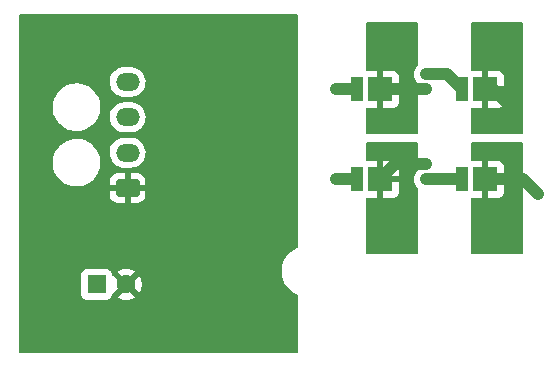
<source format=gbl>
%TF.GenerationSoftware,KiCad,Pcbnew,(6.0.5)*%
%TF.CreationDate,2022-06-15T13:59:35+01:00*%
%TF.ProjectId,tsal,7473616c-2e6b-4696-9361-645f70636258,rev?*%
%TF.SameCoordinates,Original*%
%TF.FileFunction,Copper,L2,Bot*%
%TF.FilePolarity,Positive*%
%FSLAX46Y46*%
G04 Gerber Fmt 4.6, Leading zero omitted, Abs format (unit mm)*
G04 Created by KiCad (PCBNEW (6.0.5)) date 2022-06-15 13:59:35*
%MOMM*%
%LPD*%
G01*
G04 APERTURE LIST*
G04 Aperture macros list*
%AMRoundRect*
0 Rectangle with rounded corners*
0 $1 Rounding radius*
0 $2 $3 $4 $5 $6 $7 $8 $9 X,Y pos of 4 corners*
0 Add a 4 corners polygon primitive as box body*
4,1,4,$2,$3,$4,$5,$6,$7,$8,$9,$2,$3,0*
0 Add four circle primitives for the rounded corners*
1,1,$1+$1,$2,$3*
1,1,$1+$1,$4,$5*
1,1,$1+$1,$6,$7*
1,1,$1+$1,$8,$9*
0 Add four rect primitives between the rounded corners*
20,1,$1+$1,$2,$3,$4,$5,0*
20,1,$1+$1,$4,$5,$6,$7,0*
20,1,$1+$1,$6,$7,$8,$9,0*
20,1,$1+$1,$8,$9,$2,$3,0*%
G04 Aperture macros list end*
%TA.AperFunction,ComponentPad*%
%ADD10RoundRect,0.250001X0.759999X-0.499999X0.759999X0.499999X-0.759999X0.499999X-0.759999X-0.499999X0*%
%TD*%
%TA.AperFunction,ComponentPad*%
%ADD11O,2.020000X1.500000*%
%TD*%
%TA.AperFunction,ComponentPad*%
%ADD12R,1.600000X1.600000*%
%TD*%
%TA.AperFunction,ComponentPad*%
%ADD13C,1.600000*%
%TD*%
%TA.AperFunction,SMDPad,CuDef*%
%ADD14R,1.000000X2.100000*%
%TD*%
%TA.AperFunction,SMDPad,CuDef*%
%ADD15R,2.100000X2.100000*%
%TD*%
%TA.AperFunction,ViaPad*%
%ADD16C,0.800000*%
%TD*%
%TA.AperFunction,Conductor*%
%ADD17C,1.000000*%
%TD*%
G04 APERTURE END LIST*
D10*
%TO.P,J1,1,Pin_1*%
%TO.N,GND*%
X68105000Y-141715000D03*
D11*
%TO.P,J1,2,Pin_2*%
%TO.N,/RED_LED_ON*%
X68105000Y-138715000D03*
%TO.P,J1,3,Pin_3*%
%TO.N,/GREEN_LED_ON*%
X68105000Y-135715000D03*
%TO.P,J1,4,Pin_4*%
%TO.N,+12V*%
X68105000Y-132715000D03*
%TD*%
D12*
%TO.P,C1,1*%
%TO.N,+12V*%
X65492621Y-149860000D03*
D13*
%TO.P,C1,2*%
%TO.N,GND*%
X67992621Y-149860000D03*
%TD*%
D14*
%TO.P,D1,1,K*%
%TO.N,Net-(D1-Pad1)*%
X96455000Y-133350000D03*
D15*
%TO.P,D1,2,A*%
%TO.N,Net-(D1-Pad2)*%
X98405000Y-133350000D03*
%TD*%
D14*
%TO.P,D8,1,K*%
%TO.N,Net-(D8-Pad1)*%
X96455000Y-140970000D03*
D15*
%TO.P,D8,2,A*%
%TO.N,Net-(D8-Pad2)*%
X98405000Y-140970000D03*
%TD*%
D14*
%TO.P,D4,1,K*%
%TO.N,Net-(D9-Pad1)*%
X87565000Y-140970000D03*
D15*
%TO.P,D4,2,A*%
%TO.N,Net-(D3-Pad1)*%
X89515000Y-140970000D03*
%TD*%
D14*
%TO.P,D7,1,K*%
%TO.N,Net-(D7-Pad1)*%
X87565000Y-133350000D03*
D15*
%TO.P,D7,2,A*%
%TO.N,Net-(D6-Pad1)*%
X89515000Y-133350000D03*
%TD*%
D16*
%TO.N,GND*%
X76200000Y-132715000D03*
X76200000Y-139700000D03*
%TO.N,Net-(D1-Pad2)*%
X100330000Y-134620000D03*
%TO.N,Net-(D1-Pad1)*%
X93345000Y-132080000D03*
%TO.N,Net-(D3-Pad1)*%
X93345000Y-139700000D03*
%TO.N,Net-(D6-Pad1)*%
X93345000Y-133350000D03*
%TO.N,Net-(D7-Pad1)*%
X85725000Y-133350000D03*
%TO.N,Net-(D8-Pad1)*%
X93345000Y-140970000D03*
%TO.N,Net-(D8-Pad2)*%
X102870000Y-142240000D03*
%TO.N,Net-(D9-Pad1)*%
X85725000Y-140970000D03*
%TD*%
D17*
%TO.N,Net-(D1-Pad2)*%
X98405000Y-133350000D02*
X99060000Y-133350000D01*
X99060000Y-133350000D02*
X100330000Y-134620000D01*
%TO.N,Net-(D1-Pad1)*%
X93345000Y-132080000D02*
X95185000Y-132080000D01*
X95185000Y-132080000D02*
X96455000Y-133350000D01*
%TO.N,Net-(D3-Pad1)*%
X90785000Y-139700000D02*
X89515000Y-140970000D01*
X93345000Y-139700000D02*
X90785000Y-139700000D01*
%TO.N,Net-(D6-Pad1)*%
X89515000Y-133350000D02*
X93345000Y-133350000D01*
%TO.N,Net-(D7-Pad1)*%
X85725000Y-133350000D02*
X87565000Y-133350000D01*
%TO.N,Net-(D8-Pad1)*%
X93345000Y-140970000D02*
X96455000Y-140970000D01*
%TO.N,Net-(D8-Pad2)*%
X101600000Y-140970000D02*
X98405000Y-140970000D01*
X102870000Y-142240000D02*
X101600000Y-140970000D01*
%TO.N,Net-(D9-Pad1)*%
X87565000Y-140970000D02*
X85725000Y-140970000D01*
%TD*%
%TA.AperFunction,Conductor*%
%TO.N,Net-(D3-Pad1)*%
G36*
X92652121Y-137815002D02*
G01*
X92698614Y-137868658D01*
X92710000Y-137921000D01*
X92710000Y-140126624D01*
X92689998Y-140194745D01*
X92663636Y-140224267D01*
X92635713Y-140247040D01*
X92635710Y-140247043D01*
X92630938Y-140250935D01*
X92627011Y-140255682D01*
X92627009Y-140255684D01*
X92508799Y-140398575D01*
X92508797Y-140398579D01*
X92504870Y-140403325D01*
X92410802Y-140577299D01*
X92352318Y-140766232D01*
X92331645Y-140962925D01*
X92349570Y-141159888D01*
X92405410Y-141349619D01*
X92497040Y-141524890D01*
X92620968Y-141679025D01*
X92664993Y-141715966D01*
X92704318Y-141775075D01*
X92710000Y-141812486D01*
X92710000Y-147194000D01*
X92689998Y-147262121D01*
X92636342Y-147308614D01*
X92584000Y-147320000D01*
X88391000Y-147320000D01*
X88322879Y-147299998D01*
X88276386Y-147246342D01*
X88265000Y-147194000D01*
X88265000Y-142651927D01*
X88285002Y-142583806D01*
X88338658Y-142537313D01*
X88404603Y-142526663D01*
X88413520Y-142527631D01*
X88420328Y-142528000D01*
X89242885Y-142528000D01*
X89258124Y-142523525D01*
X89259329Y-142522135D01*
X89261000Y-142514452D01*
X89261000Y-142509884D01*
X89769000Y-142509884D01*
X89773475Y-142525123D01*
X89774865Y-142526328D01*
X89782548Y-142527999D01*
X90609669Y-142527999D01*
X90616490Y-142527629D01*
X90667352Y-142522105D01*
X90682604Y-142518479D01*
X90803054Y-142473324D01*
X90818649Y-142464786D01*
X90920724Y-142388285D01*
X90933285Y-142375724D01*
X91009786Y-142273649D01*
X91018324Y-142258054D01*
X91063478Y-142137606D01*
X91067105Y-142122351D01*
X91072631Y-142071486D01*
X91073000Y-142064672D01*
X91073000Y-141242115D01*
X91068525Y-141226876D01*
X91067135Y-141225671D01*
X91059452Y-141224000D01*
X89787115Y-141224000D01*
X89771876Y-141228475D01*
X89770671Y-141229865D01*
X89769000Y-141237548D01*
X89769000Y-142509884D01*
X89261000Y-142509884D01*
X89261000Y-140697885D01*
X89769000Y-140697885D01*
X89773475Y-140713124D01*
X89774865Y-140714329D01*
X89782548Y-140716000D01*
X91054884Y-140716000D01*
X91070123Y-140711525D01*
X91071328Y-140710135D01*
X91072999Y-140702452D01*
X91072999Y-139875331D01*
X91072629Y-139868510D01*
X91067105Y-139817648D01*
X91063479Y-139802396D01*
X91018324Y-139681946D01*
X91009786Y-139666351D01*
X90933285Y-139564276D01*
X90920724Y-139551715D01*
X90818649Y-139475214D01*
X90803054Y-139466676D01*
X90682606Y-139421522D01*
X90667351Y-139417895D01*
X90616486Y-139412369D01*
X90609672Y-139412000D01*
X89787115Y-139412000D01*
X89771876Y-139416475D01*
X89770671Y-139417865D01*
X89769000Y-139425548D01*
X89769000Y-140697885D01*
X89261000Y-140697885D01*
X89261000Y-139430116D01*
X89256525Y-139414877D01*
X89255135Y-139413672D01*
X89247452Y-139412001D01*
X88420331Y-139412001D01*
X88413517Y-139412370D01*
X88404608Y-139413338D01*
X88334726Y-139400810D01*
X88282710Y-139352490D01*
X88265000Y-139288075D01*
X88265000Y-137921000D01*
X88285002Y-137852879D01*
X88338658Y-137806386D01*
X88391000Y-137795000D01*
X92584000Y-137795000D01*
X92652121Y-137815002D01*
G37*
%TD.AperFunction*%
%TD*%
%TA.AperFunction,Conductor*%
%TO.N,Net-(D8-Pad2)*%
G36*
X101542121Y-137815002D02*
G01*
X101588614Y-137868658D01*
X101600000Y-137921000D01*
X101600000Y-147194000D01*
X101579998Y-147262121D01*
X101526342Y-147308614D01*
X101474000Y-147320000D01*
X97281000Y-147320000D01*
X97212879Y-147299998D01*
X97166386Y-147246342D01*
X97155000Y-147194000D01*
X97155000Y-142651927D01*
X97175002Y-142583806D01*
X97228658Y-142537313D01*
X97294603Y-142526663D01*
X97303520Y-142527631D01*
X97310328Y-142528000D01*
X98132885Y-142528000D01*
X98148124Y-142523525D01*
X98149329Y-142522135D01*
X98151000Y-142514452D01*
X98151000Y-142509884D01*
X98659000Y-142509884D01*
X98663475Y-142525123D01*
X98664865Y-142526328D01*
X98672548Y-142527999D01*
X99499669Y-142527999D01*
X99506490Y-142527629D01*
X99557352Y-142522105D01*
X99572604Y-142518479D01*
X99693054Y-142473324D01*
X99708649Y-142464786D01*
X99810724Y-142388285D01*
X99823285Y-142375724D01*
X99899786Y-142273649D01*
X99908324Y-142258054D01*
X99953478Y-142137606D01*
X99957105Y-142122351D01*
X99962631Y-142071486D01*
X99963000Y-142064672D01*
X99963000Y-141242115D01*
X99958525Y-141226876D01*
X99957135Y-141225671D01*
X99949452Y-141224000D01*
X98677115Y-141224000D01*
X98661876Y-141228475D01*
X98660671Y-141229865D01*
X98659000Y-141237548D01*
X98659000Y-142509884D01*
X98151000Y-142509884D01*
X98151000Y-140697885D01*
X98659000Y-140697885D01*
X98663475Y-140713124D01*
X98664865Y-140714329D01*
X98672548Y-140716000D01*
X99944884Y-140716000D01*
X99960123Y-140711525D01*
X99961328Y-140710135D01*
X99962999Y-140702452D01*
X99962999Y-139875331D01*
X99962629Y-139868510D01*
X99957105Y-139817648D01*
X99953479Y-139802396D01*
X99908324Y-139681946D01*
X99899786Y-139666351D01*
X99823285Y-139564276D01*
X99810724Y-139551715D01*
X99708649Y-139475214D01*
X99693054Y-139466676D01*
X99572606Y-139421522D01*
X99557351Y-139417895D01*
X99506486Y-139412369D01*
X99499672Y-139412000D01*
X98677115Y-139412000D01*
X98661876Y-139416475D01*
X98660671Y-139417865D01*
X98659000Y-139425548D01*
X98659000Y-140697885D01*
X98151000Y-140697885D01*
X98151000Y-139430116D01*
X98146525Y-139414877D01*
X98145135Y-139413672D01*
X98137452Y-139412001D01*
X97310331Y-139412001D01*
X97303517Y-139412370D01*
X97294608Y-139413338D01*
X97224726Y-139400810D01*
X97172710Y-139352490D01*
X97155000Y-139288075D01*
X97155000Y-137921000D01*
X97175002Y-137852879D01*
X97228658Y-137806386D01*
X97281000Y-137795000D01*
X101474000Y-137795000D01*
X101542121Y-137815002D01*
G37*
%TD.AperFunction*%
%TD*%
%TA.AperFunction,Conductor*%
%TO.N,GND*%
G36*
X82492121Y-127020002D02*
G01*
X82538614Y-127073658D01*
X82550000Y-127126000D01*
X82550000Y-146672001D01*
X82529998Y-146740122D01*
X82476342Y-146786615D01*
X82466059Y-146790774D01*
X82414702Y-146808960D01*
X82414695Y-146808963D01*
X82410657Y-146810393D01*
X82155188Y-146942250D01*
X82151687Y-146944711D01*
X82151683Y-146944713D01*
X82138734Y-146953814D01*
X81919977Y-147107559D01*
X81709378Y-147303260D01*
X81527287Y-147525732D01*
X81377073Y-147770858D01*
X81261517Y-148034102D01*
X81182756Y-148310594D01*
X81142249Y-148595216D01*
X81142227Y-148599505D01*
X81142226Y-148599512D01*
X81140765Y-148878417D01*
X81140743Y-148882703D01*
X81178268Y-149167734D01*
X81254129Y-149445036D01*
X81255813Y-149448984D01*
X81331611Y-149626688D01*
X81366923Y-149709476D01*
X81369130Y-149713163D01*
X81460287Y-149865475D01*
X81514561Y-149956161D01*
X81694313Y-150180528D01*
X81902851Y-150378423D01*
X82136317Y-150546186D01*
X82140112Y-150548195D01*
X82140113Y-150548196D01*
X82181346Y-150570028D01*
X82390392Y-150680712D01*
X82455989Y-150704717D01*
X82467302Y-150708857D01*
X82524399Y-150751052D01*
X82549621Y-150817417D01*
X82550000Y-150827183D01*
X82550000Y-155575500D01*
X82529998Y-155643621D01*
X82476342Y-155690114D01*
X82424000Y-155701500D01*
X59054500Y-155701500D01*
X58986379Y-155681498D01*
X58939886Y-155627842D01*
X58928500Y-155575500D01*
X58928500Y-150708134D01*
X64184121Y-150708134D01*
X64190876Y-150770316D01*
X64242006Y-150906705D01*
X64329360Y-151023261D01*
X64445916Y-151110615D01*
X64582305Y-151161745D01*
X64644487Y-151168500D01*
X66340755Y-151168500D01*
X66402937Y-151161745D01*
X66539326Y-151110615D01*
X66655882Y-151023261D01*
X66713740Y-150946062D01*
X67271114Y-150946062D01*
X67280410Y-150958077D01*
X67331615Y-150993931D01*
X67341110Y-150999414D01*
X67538568Y-151091490D01*
X67548860Y-151095236D01*
X67759309Y-151151625D01*
X67770102Y-151153528D01*
X67987146Y-151172517D01*
X67998096Y-151172517D01*
X68215140Y-151153528D01*
X68225933Y-151151625D01*
X68436382Y-151095236D01*
X68446674Y-151091490D01*
X68644132Y-150999414D01*
X68653627Y-150993931D01*
X68705669Y-150957491D01*
X68714045Y-150947012D01*
X68706977Y-150933566D01*
X68005433Y-150232022D01*
X67991489Y-150224408D01*
X67989656Y-150224539D01*
X67983041Y-150228790D01*
X67277544Y-150934287D01*
X67271114Y-150946062D01*
X66713740Y-150946062D01*
X66743236Y-150906705D01*
X66794366Y-150770316D01*
X66801121Y-150708134D01*
X66801121Y-150704815D01*
X66824774Y-150637890D01*
X66870777Y-150602196D01*
X66869762Y-150600266D01*
X66880621Y-150594558D01*
X66880866Y-150594368D01*
X66881024Y-150594347D01*
X66919055Y-150574356D01*
X67620599Y-149872812D01*
X67626977Y-149861132D01*
X68357029Y-149861132D01*
X68357160Y-149862965D01*
X68361411Y-149869580D01*
X69066908Y-150575077D01*
X69078683Y-150581507D01*
X69090698Y-150572211D01*
X69126552Y-150521006D01*
X69132035Y-150511511D01*
X69224111Y-150314053D01*
X69227857Y-150303761D01*
X69284246Y-150093312D01*
X69286149Y-150082519D01*
X69305138Y-149865475D01*
X69305138Y-149854525D01*
X69286149Y-149637481D01*
X69284246Y-149626688D01*
X69227857Y-149416239D01*
X69224111Y-149405947D01*
X69132035Y-149208489D01*
X69126552Y-149198994D01*
X69090112Y-149146952D01*
X69079633Y-149138576D01*
X69066187Y-149145644D01*
X68364643Y-149847188D01*
X68357029Y-149861132D01*
X67626977Y-149861132D01*
X67628213Y-149858868D01*
X67628082Y-149857035D01*
X67623831Y-149850420D01*
X66918334Y-149144923D01*
X66876592Y-149122129D01*
X66866592Y-149119953D01*
X66816394Y-149069747D01*
X66801170Y-149016186D01*
X66801121Y-149015281D01*
X66801121Y-149011866D01*
X66794366Y-148949684D01*
X66743236Y-148813295D01*
X66713028Y-148772988D01*
X67271197Y-148772988D01*
X67278265Y-148786434D01*
X67979809Y-149487978D01*
X67993753Y-149495592D01*
X67995586Y-149495461D01*
X68002201Y-149491210D01*
X68707698Y-148785713D01*
X68714128Y-148773938D01*
X68704832Y-148761923D01*
X68653627Y-148726069D01*
X68644132Y-148720586D01*
X68446674Y-148628510D01*
X68436382Y-148624764D01*
X68225933Y-148568375D01*
X68215140Y-148566472D01*
X67998096Y-148547483D01*
X67987146Y-148547483D01*
X67770102Y-148566472D01*
X67759309Y-148568375D01*
X67548860Y-148624764D01*
X67538568Y-148628510D01*
X67341110Y-148720586D01*
X67331615Y-148726069D01*
X67279573Y-148762509D01*
X67271197Y-148772988D01*
X66713028Y-148772988D01*
X66655882Y-148696739D01*
X66539326Y-148609385D01*
X66402937Y-148558255D01*
X66340755Y-148551500D01*
X64644487Y-148551500D01*
X64582305Y-148558255D01*
X64445916Y-148609385D01*
X64329360Y-148696739D01*
X64242006Y-148813295D01*
X64190876Y-148949684D01*
X64184121Y-149011866D01*
X64184121Y-150708134D01*
X58928500Y-150708134D01*
X58928500Y-142262096D01*
X66587000Y-142262096D01*
X66587337Y-142268611D01*
X66597256Y-142364203D01*
X66600150Y-142377602D01*
X66651588Y-142531783D01*
X66657762Y-142544962D01*
X66743063Y-142682807D01*
X66752099Y-142694208D01*
X66866830Y-142808739D01*
X66878241Y-142817751D01*
X67016245Y-142902818D01*
X67029423Y-142908962D01*
X67183716Y-142960139D01*
X67197081Y-142963005D01*
X67291439Y-142972672D01*
X67297855Y-142973000D01*
X67832885Y-142973000D01*
X67848124Y-142968525D01*
X67849329Y-142967135D01*
X67851000Y-142959452D01*
X67851000Y-142954885D01*
X68359000Y-142954885D01*
X68363475Y-142970124D01*
X68364865Y-142971329D01*
X68372548Y-142973000D01*
X68912096Y-142973000D01*
X68918611Y-142972663D01*
X69014203Y-142962744D01*
X69027602Y-142959850D01*
X69181783Y-142908412D01*
X69194962Y-142902238D01*
X69332807Y-142816937D01*
X69344208Y-142807901D01*
X69458739Y-142693170D01*
X69467751Y-142681759D01*
X69552818Y-142543755D01*
X69558962Y-142530577D01*
X69610139Y-142376284D01*
X69613005Y-142362919D01*
X69622672Y-142268561D01*
X69623000Y-142262145D01*
X69623000Y-141987115D01*
X69618525Y-141971876D01*
X69617135Y-141970671D01*
X69609452Y-141969000D01*
X68377115Y-141969000D01*
X68361876Y-141973475D01*
X68360671Y-141974865D01*
X68359000Y-141982548D01*
X68359000Y-142954885D01*
X67851000Y-142954885D01*
X67851000Y-141987115D01*
X67846525Y-141971876D01*
X67845135Y-141970671D01*
X67837452Y-141969000D01*
X66605115Y-141969000D01*
X66589876Y-141973475D01*
X66588671Y-141974865D01*
X66587000Y-141982548D01*
X66587000Y-142262096D01*
X58928500Y-142262096D01*
X58928500Y-139494733D01*
X61772822Y-139494733D01*
X61772975Y-139499121D01*
X61772975Y-139499127D01*
X61778996Y-139671529D01*
X61782625Y-139775458D01*
X61783387Y-139779781D01*
X61783388Y-139779788D01*
X61809133Y-139925795D01*
X61831402Y-140052087D01*
X61918203Y-140319235D01*
X62041340Y-140571702D01*
X62043795Y-140575341D01*
X62043798Y-140575347D01*
X62068689Y-140612249D01*
X62198415Y-140804576D01*
X62386371Y-141013322D01*
X62601550Y-141193879D01*
X62839764Y-141342731D01*
X62973484Y-141402267D01*
X63092227Y-141455135D01*
X63096375Y-141456982D01*
X63366390Y-141534407D01*
X63370740Y-141535018D01*
X63370743Y-141535019D01*
X63473690Y-141549487D01*
X63644552Y-141573500D01*
X63855146Y-141573500D01*
X63857332Y-141573347D01*
X63857336Y-141573347D01*
X64060827Y-141559118D01*
X64060832Y-141559117D01*
X64065212Y-141558811D01*
X64339970Y-141500409D01*
X64344099Y-141498906D01*
X64344103Y-141498905D01*
X64498017Y-141442885D01*
X66587000Y-141442885D01*
X66591475Y-141458124D01*
X66592865Y-141459329D01*
X66600548Y-141461000D01*
X67832885Y-141461000D01*
X67848124Y-141456525D01*
X67849329Y-141455135D01*
X67851000Y-141447452D01*
X67851000Y-141442885D01*
X68359000Y-141442885D01*
X68363475Y-141458124D01*
X68364865Y-141459329D01*
X68372548Y-141461000D01*
X69604885Y-141461000D01*
X69620124Y-141456525D01*
X69621329Y-141455135D01*
X69623000Y-141447452D01*
X69623000Y-141167904D01*
X69622663Y-141161389D01*
X69612744Y-141065797D01*
X69609850Y-141052398D01*
X69558412Y-140898217D01*
X69552238Y-140885038D01*
X69466937Y-140747193D01*
X69457901Y-140735792D01*
X69343170Y-140621261D01*
X69331759Y-140612249D01*
X69193755Y-140527182D01*
X69180577Y-140521038D01*
X69026284Y-140469861D01*
X69012919Y-140466995D01*
X68918561Y-140457328D01*
X68912144Y-140457000D01*
X68377115Y-140457000D01*
X68361876Y-140461475D01*
X68360671Y-140462865D01*
X68359000Y-140470548D01*
X68359000Y-141442885D01*
X67851000Y-141442885D01*
X67851000Y-140475115D01*
X67846525Y-140459876D01*
X67845135Y-140458671D01*
X67837452Y-140457000D01*
X67297904Y-140457000D01*
X67291389Y-140457337D01*
X67195797Y-140467256D01*
X67182398Y-140470150D01*
X67028217Y-140521588D01*
X67015038Y-140527762D01*
X66877193Y-140613063D01*
X66865792Y-140622099D01*
X66751261Y-140736830D01*
X66742249Y-140748241D01*
X66657182Y-140886245D01*
X66651038Y-140899423D01*
X66599861Y-141053716D01*
X66596995Y-141067081D01*
X66587328Y-141161439D01*
X66587000Y-141167856D01*
X66587000Y-141442885D01*
X64498017Y-141442885D01*
X64599781Y-141405846D01*
X64599785Y-141405844D01*
X64603926Y-141404337D01*
X64851942Y-141272464D01*
X64956896Y-141196211D01*
X65075629Y-141109947D01*
X65075632Y-141109944D01*
X65079192Y-141107358D01*
X65281252Y-140912231D01*
X65454188Y-140690882D01*
X65456384Y-140687078D01*
X65456389Y-140687071D01*
X65581628Y-140470150D01*
X65594636Y-140447619D01*
X65699862Y-140187176D01*
X65733544Y-140052087D01*
X65766753Y-139918893D01*
X65766754Y-139918888D01*
X65767817Y-139914624D01*
X65769269Y-139900817D01*
X65796719Y-139639636D01*
X65796719Y-139639633D01*
X65797178Y-139635267D01*
X65794754Y-139565847D01*
X65787529Y-139358939D01*
X65787528Y-139358933D01*
X65787375Y-139354542D01*
X65781944Y-139323738D01*
X65739360Y-139082236D01*
X65738598Y-139077913D01*
X65651797Y-138810765D01*
X65624448Y-138754690D01*
X66582037Y-138754690D01*
X66609025Y-138977715D01*
X66675082Y-139192435D01*
X66677652Y-139197415D01*
X66677654Y-139197419D01*
X66758751Y-139354542D01*
X66778118Y-139392064D01*
X66914877Y-139570292D01*
X67081036Y-139721485D01*
X67085783Y-139724463D01*
X67085786Y-139724465D01*
X67214229Y-139805036D01*
X67271344Y-139840864D01*
X67479783Y-139924656D01*
X67699767Y-139970213D01*
X67704378Y-139970479D01*
X67704379Y-139970479D01*
X67754952Y-139973395D01*
X67754956Y-139973395D01*
X67756775Y-139973500D01*
X68421999Y-139973500D01*
X68424786Y-139973251D01*
X68424792Y-139973251D01*
X68494929Y-139966991D01*
X68588762Y-139958617D01*
X68594176Y-139957136D01*
X68594181Y-139957135D01*
X68733967Y-139918893D01*
X68805451Y-139899337D01*
X68810509Y-139896925D01*
X68810513Y-139896923D01*
X68928042Y-139840864D01*
X69008218Y-139802622D01*
X69190654Y-139671529D01*
X69346992Y-139510201D01*
X69472290Y-139323738D01*
X69562588Y-139118033D01*
X69605633Y-138938741D01*
X69613722Y-138905046D01*
X69613722Y-138905045D01*
X69615032Y-138899589D01*
X69627320Y-138686461D01*
X69627640Y-138680917D01*
X69627640Y-138680914D01*
X69627963Y-138675310D01*
X69600975Y-138452285D01*
X69534918Y-138237565D01*
X69523124Y-138214713D01*
X69434454Y-138042919D01*
X69434454Y-138042918D01*
X69431882Y-138037936D01*
X69295123Y-137859708D01*
X69128964Y-137708515D01*
X69124217Y-137705537D01*
X69124214Y-137705535D01*
X68943405Y-137592115D01*
X68938656Y-137589136D01*
X68730217Y-137505344D01*
X68510233Y-137459787D01*
X68505622Y-137459521D01*
X68505621Y-137459521D01*
X68455048Y-137456605D01*
X68455044Y-137456605D01*
X68453225Y-137456500D01*
X67788001Y-137456500D01*
X67785214Y-137456749D01*
X67785208Y-137456749D01*
X67715071Y-137463009D01*
X67621238Y-137471383D01*
X67615824Y-137472864D01*
X67615819Y-137472865D01*
X67501262Y-137504205D01*
X67404549Y-137530663D01*
X67399491Y-137533075D01*
X67399487Y-137533077D01*
X67317670Y-137572102D01*
X67201782Y-137627378D01*
X67019346Y-137758471D01*
X66863008Y-137919799D01*
X66737710Y-138106262D01*
X66647412Y-138311967D01*
X66646103Y-138317418D01*
X66646102Y-138317422D01*
X66615012Y-138446923D01*
X66594968Y-138530411D01*
X66582037Y-138754690D01*
X65624448Y-138754690D01*
X65583010Y-138669732D01*
X65528660Y-138558298D01*
X65526205Y-138554659D01*
X65526202Y-138554653D01*
X65445935Y-138435653D01*
X65371585Y-138325424D01*
X65183629Y-138116678D01*
X64968450Y-137936121D01*
X64730236Y-137787269D01*
X64473625Y-137673018D01*
X64203610Y-137595593D01*
X64199260Y-137594982D01*
X64199257Y-137594981D01*
X64096310Y-137580513D01*
X63925448Y-137556500D01*
X63714854Y-137556500D01*
X63712668Y-137556653D01*
X63712664Y-137556653D01*
X63509173Y-137570882D01*
X63509168Y-137570883D01*
X63504788Y-137571189D01*
X63230030Y-137629591D01*
X63225901Y-137631094D01*
X63225897Y-137631095D01*
X62970219Y-137724154D01*
X62970215Y-137724156D01*
X62966074Y-137725663D01*
X62718058Y-137857536D01*
X62714499Y-137860122D01*
X62714497Y-137860123D01*
X62609895Y-137936121D01*
X62490808Y-138022642D01*
X62487644Y-138025698D01*
X62487641Y-138025700D01*
X62409034Y-138101610D01*
X62288748Y-138217769D01*
X62115812Y-138439118D01*
X62113616Y-138442922D01*
X62113611Y-138442929D01*
X61999794Y-138640067D01*
X61975364Y-138682381D01*
X61870138Y-138942824D01*
X61869073Y-138947097D01*
X61869072Y-138947099D01*
X61807903Y-139192435D01*
X61802183Y-139215376D01*
X61801724Y-139219744D01*
X61801723Y-139219749D01*
X61783145Y-139396512D01*
X61772822Y-139494733D01*
X58928500Y-139494733D01*
X58928500Y-134794733D01*
X61772822Y-134794733D01*
X61772975Y-134799121D01*
X61772975Y-134799127D01*
X61781489Y-135042919D01*
X61782625Y-135075458D01*
X61783387Y-135079781D01*
X61783388Y-135079788D01*
X61807164Y-135214624D01*
X61831402Y-135352087D01*
X61918203Y-135619235D01*
X61920131Y-135623188D01*
X61920133Y-135623193D01*
X61948287Y-135680917D01*
X62041340Y-135871702D01*
X62043795Y-135875341D01*
X62043798Y-135875347D01*
X62109088Y-135972143D01*
X62198415Y-136104576D01*
X62386371Y-136313322D01*
X62601550Y-136493879D01*
X62839764Y-136642731D01*
X63096375Y-136756982D01*
X63366390Y-136834407D01*
X63370740Y-136835018D01*
X63370743Y-136835019D01*
X63473690Y-136849487D01*
X63644552Y-136873500D01*
X63855146Y-136873500D01*
X63857332Y-136873347D01*
X63857336Y-136873347D01*
X64060827Y-136859118D01*
X64060832Y-136859117D01*
X64065212Y-136858811D01*
X64339970Y-136800409D01*
X64344099Y-136798906D01*
X64344103Y-136798905D01*
X64599781Y-136705846D01*
X64599785Y-136705844D01*
X64603926Y-136704337D01*
X64851942Y-136572464D01*
X64956896Y-136496211D01*
X65075629Y-136409947D01*
X65075632Y-136409944D01*
X65079192Y-136407358D01*
X65090424Y-136396512D01*
X65278087Y-136215287D01*
X65281252Y-136212231D01*
X65454188Y-135990882D01*
X65456384Y-135987078D01*
X65456389Y-135987071D01*
X65587333Y-135760268D01*
X65590554Y-135754690D01*
X66582037Y-135754690D01*
X66609025Y-135977715D01*
X66675082Y-136192435D01*
X66677652Y-136197415D01*
X66677654Y-136197419D01*
X66742852Y-136323738D01*
X66778118Y-136392064D01*
X66914877Y-136570292D01*
X67081036Y-136721485D01*
X67085783Y-136724463D01*
X67085786Y-136724465D01*
X67214229Y-136805036D01*
X67271344Y-136840864D01*
X67479783Y-136924656D01*
X67699767Y-136970213D01*
X67704378Y-136970479D01*
X67704379Y-136970479D01*
X67754952Y-136973395D01*
X67754956Y-136973395D01*
X67756775Y-136973500D01*
X68421999Y-136973500D01*
X68424786Y-136973251D01*
X68424792Y-136973251D01*
X68494929Y-136966991D01*
X68588762Y-136958617D01*
X68594176Y-136957136D01*
X68594181Y-136957135D01*
X68721912Y-136922191D01*
X68805451Y-136899337D01*
X68810509Y-136896925D01*
X68810513Y-136896923D01*
X68928042Y-136840864D01*
X69008218Y-136802622D01*
X69190654Y-136671529D01*
X69346992Y-136510201D01*
X69472290Y-136323738D01*
X69562588Y-136118033D01*
X69565034Y-136107848D01*
X69613722Y-135905046D01*
X69613722Y-135905045D01*
X69615032Y-135899589D01*
X69627963Y-135675310D01*
X69600975Y-135452285D01*
X69534918Y-135237565D01*
X69523078Y-135214624D01*
X69434454Y-135042919D01*
X69434454Y-135042918D01*
X69431882Y-135037936D01*
X69295123Y-134859708D01*
X69128964Y-134708515D01*
X69124217Y-134705537D01*
X69124214Y-134705535D01*
X68943405Y-134592115D01*
X68938656Y-134589136D01*
X68730217Y-134505344D01*
X68510233Y-134459787D01*
X68505622Y-134459521D01*
X68505621Y-134459521D01*
X68455048Y-134456605D01*
X68455044Y-134456605D01*
X68453225Y-134456500D01*
X67788001Y-134456500D01*
X67785214Y-134456749D01*
X67785208Y-134456749D01*
X67715071Y-134463009D01*
X67621238Y-134471383D01*
X67615824Y-134472864D01*
X67615819Y-134472865D01*
X67501262Y-134504205D01*
X67404549Y-134530663D01*
X67399491Y-134533075D01*
X67399487Y-134533077D01*
X67303165Y-134579021D01*
X67201782Y-134627378D01*
X67019346Y-134758471D01*
X66863008Y-134919799D01*
X66737710Y-135106262D01*
X66647412Y-135311967D01*
X66646103Y-135317418D01*
X66646102Y-135317422D01*
X66596278Y-135524954D01*
X66594968Y-135530411D01*
X66594645Y-135536016D01*
X66582445Y-135747619D01*
X66582037Y-135754690D01*
X65590554Y-135754690D01*
X65594636Y-135747619D01*
X65699862Y-135487176D01*
X65733544Y-135352087D01*
X65766753Y-135218893D01*
X65766754Y-135218888D01*
X65767817Y-135214624D01*
X65778667Y-135111396D01*
X65796719Y-134939636D01*
X65796719Y-134939633D01*
X65797178Y-134935267D01*
X65797025Y-134930873D01*
X65787529Y-134658939D01*
X65787528Y-134658933D01*
X65787375Y-134654542D01*
X65783163Y-134630650D01*
X65739360Y-134382236D01*
X65738598Y-134377913D01*
X65651797Y-134110765D01*
X65528660Y-133858298D01*
X65526205Y-133854659D01*
X65526202Y-133854653D01*
X65433834Y-133717712D01*
X65371585Y-133625424D01*
X65325338Y-133574061D01*
X65186566Y-133419940D01*
X65183629Y-133416678D01*
X64968450Y-133236121D01*
X64730236Y-133087269D01*
X64473625Y-132973018D01*
X64203610Y-132895593D01*
X64199260Y-132894982D01*
X64199257Y-132894981D01*
X64096310Y-132880513D01*
X63925448Y-132856500D01*
X63714854Y-132856500D01*
X63712668Y-132856653D01*
X63712664Y-132856653D01*
X63509173Y-132870882D01*
X63509168Y-132870883D01*
X63504788Y-132871189D01*
X63230030Y-132929591D01*
X63225901Y-132931094D01*
X63225897Y-132931095D01*
X62970219Y-133024154D01*
X62970215Y-133024156D01*
X62966074Y-133025663D01*
X62718058Y-133157536D01*
X62714499Y-133160122D01*
X62714497Y-133160123D01*
X62496366Y-133318604D01*
X62490808Y-133322642D01*
X62487644Y-133325698D01*
X62487641Y-133325700D01*
X62424079Y-133387081D01*
X62288748Y-133517769D01*
X62115812Y-133739118D01*
X62113616Y-133742922D01*
X62113611Y-133742929D01*
X62008034Y-133925795D01*
X61975364Y-133982381D01*
X61870138Y-134242824D01*
X61869073Y-134247097D01*
X61869072Y-134247099D01*
X61804162Y-134507440D01*
X61802183Y-134515376D01*
X61801724Y-134519744D01*
X61801723Y-134519749D01*
X61776633Y-134758471D01*
X61772822Y-134794733D01*
X58928500Y-134794733D01*
X58928500Y-132754690D01*
X66582037Y-132754690D01*
X66609025Y-132977715D01*
X66675082Y-133192435D01*
X66677652Y-133197415D01*
X66677654Y-133197419D01*
X66740950Y-133320053D01*
X66778118Y-133392064D01*
X66914877Y-133570292D01*
X67081036Y-133721485D01*
X67085783Y-133724463D01*
X67085786Y-133724465D01*
X67214229Y-133805036D01*
X67271344Y-133840864D01*
X67479783Y-133924656D01*
X67699767Y-133970213D01*
X67704378Y-133970479D01*
X67704379Y-133970479D01*
X67754952Y-133973395D01*
X67754956Y-133973395D01*
X67756775Y-133973500D01*
X68421999Y-133973500D01*
X68424786Y-133973251D01*
X68424792Y-133973251D01*
X68494929Y-133966991D01*
X68588762Y-133958617D01*
X68594176Y-133957136D01*
X68594181Y-133957135D01*
X68721912Y-133922191D01*
X68805451Y-133899337D01*
X68810509Y-133896925D01*
X68810513Y-133896923D01*
X68928042Y-133840864D01*
X69008218Y-133802622D01*
X69190654Y-133671529D01*
X69293067Y-133565847D01*
X69343089Y-133514229D01*
X69343091Y-133514226D01*
X69346992Y-133510201D01*
X69472290Y-133323738D01*
X69562588Y-133118033D01*
X69570403Y-133085484D01*
X69613722Y-132905046D01*
X69613722Y-132905045D01*
X69615032Y-132899589D01*
X69627963Y-132675310D01*
X69600975Y-132452285D01*
X69534918Y-132237565D01*
X69469798Y-132111396D01*
X69434454Y-132042919D01*
X69434454Y-132042918D01*
X69431882Y-132037936D01*
X69295123Y-131859708D01*
X69128964Y-131708515D01*
X69124217Y-131705537D01*
X69124214Y-131705535D01*
X68943405Y-131592115D01*
X68938656Y-131589136D01*
X68730217Y-131505344D01*
X68510233Y-131459787D01*
X68505622Y-131459521D01*
X68505621Y-131459521D01*
X68455048Y-131456605D01*
X68455044Y-131456605D01*
X68453225Y-131456500D01*
X67788001Y-131456500D01*
X67785214Y-131456749D01*
X67785208Y-131456749D01*
X67715071Y-131463009D01*
X67621238Y-131471383D01*
X67615824Y-131472864D01*
X67615819Y-131472865D01*
X67501262Y-131504205D01*
X67404549Y-131530663D01*
X67399491Y-131533075D01*
X67399487Y-131533077D01*
X67303165Y-131579021D01*
X67201782Y-131627378D01*
X67019346Y-131758471D01*
X66863008Y-131919799D01*
X66737710Y-132106262D01*
X66647412Y-132311967D01*
X66594968Y-132530411D01*
X66582037Y-132754690D01*
X58928500Y-132754690D01*
X58928500Y-127126000D01*
X58948502Y-127057879D01*
X59002158Y-127011386D01*
X59054500Y-127000000D01*
X82424000Y-127000000D01*
X82492121Y-127020002D01*
G37*
%TD.AperFunction*%
%TD*%
%TA.AperFunction,Conductor*%
%TO.N,Net-(D1-Pad2)*%
G36*
X101542121Y-127655002D02*
G01*
X101588614Y-127708658D01*
X101600000Y-127761000D01*
X101600000Y-137034000D01*
X101579998Y-137102121D01*
X101526342Y-137148614D01*
X101474000Y-137160000D01*
X97281000Y-137160000D01*
X97212879Y-137139998D01*
X97166386Y-137086342D01*
X97155000Y-137034000D01*
X97155000Y-135031927D01*
X97175002Y-134963806D01*
X97228658Y-134917313D01*
X97294603Y-134906663D01*
X97303520Y-134907631D01*
X97310328Y-134908000D01*
X98132885Y-134908000D01*
X98148124Y-134903525D01*
X98149329Y-134902135D01*
X98151000Y-134894452D01*
X98151000Y-134889884D01*
X98659000Y-134889884D01*
X98663475Y-134905123D01*
X98664865Y-134906328D01*
X98672548Y-134907999D01*
X99499669Y-134907999D01*
X99506490Y-134907629D01*
X99557352Y-134902105D01*
X99572604Y-134898479D01*
X99693054Y-134853324D01*
X99708649Y-134844786D01*
X99810724Y-134768285D01*
X99823285Y-134755724D01*
X99899786Y-134653649D01*
X99908324Y-134638054D01*
X99953478Y-134517606D01*
X99957105Y-134502351D01*
X99962631Y-134451486D01*
X99963000Y-134444672D01*
X99963000Y-133622115D01*
X99958525Y-133606876D01*
X99957135Y-133605671D01*
X99949452Y-133604000D01*
X98677115Y-133604000D01*
X98661876Y-133608475D01*
X98660671Y-133609865D01*
X98659000Y-133617548D01*
X98659000Y-134889884D01*
X98151000Y-134889884D01*
X98151000Y-133077885D01*
X98659000Y-133077885D01*
X98663475Y-133093124D01*
X98664865Y-133094329D01*
X98672548Y-133096000D01*
X99944884Y-133096000D01*
X99960123Y-133091525D01*
X99961328Y-133090135D01*
X99962999Y-133082452D01*
X99962999Y-132255331D01*
X99962629Y-132248510D01*
X99957105Y-132197648D01*
X99953479Y-132182396D01*
X99908324Y-132061946D01*
X99899786Y-132046351D01*
X99823285Y-131944276D01*
X99810724Y-131931715D01*
X99708649Y-131855214D01*
X99693054Y-131846676D01*
X99572606Y-131801522D01*
X99557351Y-131797895D01*
X99506486Y-131792369D01*
X99499672Y-131792000D01*
X98677115Y-131792000D01*
X98661876Y-131796475D01*
X98660671Y-131797865D01*
X98659000Y-131805548D01*
X98659000Y-133077885D01*
X98151000Y-133077885D01*
X98151000Y-131810116D01*
X98146525Y-131794877D01*
X98145135Y-131793672D01*
X98137452Y-131792001D01*
X97310331Y-131792001D01*
X97303517Y-131792370D01*
X97294608Y-131793338D01*
X97224726Y-131780810D01*
X97172710Y-131732490D01*
X97155000Y-131668075D01*
X97155000Y-127761000D01*
X97175002Y-127692879D01*
X97228658Y-127646386D01*
X97281000Y-127635000D01*
X101474000Y-127635000D01*
X101542121Y-127655002D01*
G37*
%TD.AperFunction*%
%TD*%
%TA.AperFunction,Conductor*%
%TO.N,Net-(D6-Pad1)*%
G36*
X92652121Y-127655002D02*
G01*
X92698614Y-127708658D01*
X92710000Y-127761000D01*
X92710000Y-131236624D01*
X92689998Y-131304745D01*
X92663636Y-131334267D01*
X92635713Y-131357040D01*
X92635710Y-131357043D01*
X92630938Y-131360935D01*
X92627011Y-131365682D01*
X92627009Y-131365684D01*
X92508799Y-131508575D01*
X92508797Y-131508579D01*
X92504870Y-131513325D01*
X92410802Y-131687299D01*
X92352318Y-131876232D01*
X92351674Y-131882357D01*
X92351674Y-131882358D01*
X92345959Y-131936739D01*
X92331645Y-132072925D01*
X92349570Y-132269888D01*
X92405410Y-132459619D01*
X92497040Y-132634890D01*
X92620968Y-132789025D01*
X92664993Y-132825966D01*
X92704318Y-132885075D01*
X92710000Y-132922486D01*
X92710000Y-137034000D01*
X92689998Y-137102121D01*
X92636342Y-137148614D01*
X92584000Y-137160000D01*
X88391000Y-137160000D01*
X88322879Y-137139998D01*
X88276386Y-137086342D01*
X88265000Y-137034000D01*
X88265000Y-135031927D01*
X88285002Y-134963806D01*
X88338658Y-134917313D01*
X88404603Y-134906663D01*
X88413520Y-134907631D01*
X88420328Y-134908000D01*
X89242885Y-134908000D01*
X89258124Y-134903525D01*
X89259329Y-134902135D01*
X89261000Y-134894452D01*
X89261000Y-134889884D01*
X89769000Y-134889884D01*
X89773475Y-134905123D01*
X89774865Y-134906328D01*
X89782548Y-134907999D01*
X90609669Y-134907999D01*
X90616490Y-134907629D01*
X90667352Y-134902105D01*
X90682604Y-134898479D01*
X90803054Y-134853324D01*
X90818649Y-134844786D01*
X90920724Y-134768285D01*
X90933285Y-134755724D01*
X91009786Y-134653649D01*
X91018324Y-134638054D01*
X91063478Y-134517606D01*
X91067105Y-134502351D01*
X91072631Y-134451486D01*
X91073000Y-134444672D01*
X91073000Y-133622115D01*
X91068525Y-133606876D01*
X91067135Y-133605671D01*
X91059452Y-133604000D01*
X89787115Y-133604000D01*
X89771876Y-133608475D01*
X89770671Y-133609865D01*
X89769000Y-133617548D01*
X89769000Y-134889884D01*
X89261000Y-134889884D01*
X89261000Y-133077885D01*
X89769000Y-133077885D01*
X89773475Y-133093124D01*
X89774865Y-133094329D01*
X89782548Y-133096000D01*
X91054884Y-133096000D01*
X91070123Y-133091525D01*
X91071328Y-133090135D01*
X91072999Y-133082452D01*
X91072999Y-132255331D01*
X91072629Y-132248510D01*
X91067105Y-132197648D01*
X91063479Y-132182396D01*
X91018324Y-132061946D01*
X91009786Y-132046351D01*
X90933285Y-131944276D01*
X90920724Y-131931715D01*
X90818649Y-131855214D01*
X90803054Y-131846676D01*
X90682606Y-131801522D01*
X90667351Y-131797895D01*
X90616486Y-131792369D01*
X90609672Y-131792000D01*
X89787115Y-131792000D01*
X89771876Y-131796475D01*
X89770671Y-131797865D01*
X89769000Y-131805548D01*
X89769000Y-133077885D01*
X89261000Y-133077885D01*
X89261000Y-131810116D01*
X89256525Y-131794877D01*
X89255135Y-131793672D01*
X89247452Y-131792001D01*
X88420331Y-131792001D01*
X88413517Y-131792370D01*
X88404608Y-131793338D01*
X88334726Y-131780810D01*
X88282710Y-131732490D01*
X88265000Y-131668075D01*
X88265000Y-127761000D01*
X88285002Y-127692879D01*
X88338658Y-127646386D01*
X88391000Y-127635000D01*
X92584000Y-127635000D01*
X92652121Y-127655002D01*
G37*
%TD.AperFunction*%
%TD*%
M02*

</source>
